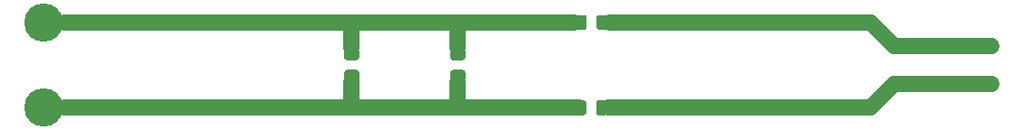
<source format=gbr>
G04 #@! TF.GenerationSoftware,KiCad,Pcbnew,(5.1.6)-1*
G04 #@! TF.CreationDate,2020-10-19T10:56:23-05:00*
G04 #@! TF.ProjectId,tri-slot-feedlines,7472692d-736c-46f7-942d-666565646c69,rev?*
G04 #@! TF.SameCoordinates,Original*
G04 #@! TF.FileFunction,Copper,L1,Top*
G04 #@! TF.FilePolarity,Positive*
%FSLAX46Y46*%
G04 Gerber Fmt 4.6, Leading zero omitted, Abs format (unit mm)*
G04 Created by KiCad (PCBNEW (5.1.6)-1) date 2020-10-19 10:56:23*
%MOMM*%
%LPD*%
G01*
G04 APERTURE LIST*
G04 #@! TA.AperFunction,ComponentPad*
%ADD10C,3.600000*%
G04 #@! TD*
G04 #@! TA.AperFunction,ViaPad*
%ADD11C,0.800000*%
G04 #@! TD*
G04 #@! TA.AperFunction,Conductor*
%ADD12C,1.500000*%
G04 #@! TD*
G04 #@! TA.AperFunction,Conductor*
%ADD13C,1.000000*%
G04 #@! TD*
G04 #@! TA.AperFunction,Conductor*
%ADD14C,0.250000*%
G04 #@! TD*
G04 APERTURE END LIST*
G04 #@! TA.AperFunction,SMDPad,CuDef*
G36*
G01*
X13300000Y4450001D02*
X13300000Y3549999D01*
G75*
G02*
X13050001Y3300000I-249999J0D01*
G01*
X12399999Y3300000D01*
G75*
G02*
X12150000Y3549999I0J249999D01*
G01*
X12150000Y4450001D01*
G75*
G02*
X12399999Y4700000I249999J0D01*
G01*
X13050001Y4700000D01*
G75*
G02*
X13300000Y4450001I0J-249999D01*
G01*
G37*
G04 #@! TD.AperFunction*
G04 #@! TA.AperFunction,SMDPad,CuDef*
G36*
G01*
X15350000Y4450001D02*
X15350000Y3549999D01*
G75*
G02*
X15100001Y3300000I-249999J0D01*
G01*
X14449999Y3300000D01*
G75*
G02*
X14200000Y3549999I0J249999D01*
G01*
X14200000Y4450001D01*
G75*
G02*
X14449999Y4700000I249999J0D01*
G01*
X15100001Y4700000D01*
G75*
G02*
X15350000Y4450001I0J-249999D01*
G01*
G37*
G04 #@! TD.AperFunction*
G04 #@! TA.AperFunction,SMDPad,CuDef*
G36*
G01*
X15316000Y-3549999D02*
X15316000Y-4450001D01*
G75*
G02*
X15066001Y-4700000I-249999J0D01*
G01*
X14415999Y-4700000D01*
G75*
G02*
X14166000Y-4450001I0J249999D01*
G01*
X14166000Y-3549999D01*
G75*
G02*
X14415999Y-3300000I249999J0D01*
G01*
X15066001Y-3300000D01*
G75*
G02*
X15316000Y-3549999I0J-249999D01*
G01*
G37*
G04 #@! TD.AperFunction*
G04 #@! TA.AperFunction,SMDPad,CuDef*
G36*
G01*
X13266000Y-3549999D02*
X13266000Y-4450001D01*
G75*
G02*
X13016001Y-4700000I-249999J0D01*
G01*
X12365999Y-4700000D01*
G75*
G02*
X12116000Y-4450001I0J249999D01*
G01*
X12116000Y-3549999D01*
G75*
G02*
X12365999Y-3300000I249999J0D01*
G01*
X13016001Y-3300000D01*
G75*
G02*
X13266000Y-3549999I0J-249999D01*
G01*
G37*
G04 #@! TD.AperFunction*
D10*
X-37350000Y-4000000D03*
X-37350000Y4000000D03*
G04 #@! TA.AperFunction,SMDPad,CuDef*
G36*
G01*
X819999Y1600000D02*
X1720001Y1600000D01*
G75*
G02*
X1970000Y1350001I0J-249999D01*
G01*
X1970000Y699999D01*
G75*
G02*
X1720001Y450000I-249999J0D01*
G01*
X819999Y450000D01*
G75*
G02*
X570000Y699999I0J249999D01*
G01*
X570000Y1350001D01*
G75*
G02*
X819999Y1600000I249999J0D01*
G01*
G37*
G04 #@! TD.AperFunction*
G04 #@! TA.AperFunction,SMDPad,CuDef*
G36*
G01*
X819999Y-450000D02*
X1720001Y-450000D01*
G75*
G02*
X1970000Y-699999I0J-249999D01*
G01*
X1970000Y-1350001D01*
G75*
G02*
X1720001Y-1600000I-249999J0D01*
G01*
X819999Y-1600000D01*
G75*
G02*
X570000Y-1350001I0J249999D01*
G01*
X570000Y-699999D01*
G75*
G02*
X819999Y-450000I249999J0D01*
G01*
G37*
G04 #@! TD.AperFunction*
G04 #@! TA.AperFunction,SMDPad,CuDef*
G36*
G01*
X-8169999Y450000D02*
X-9070001Y450000D01*
G75*
G02*
X-9320000Y699999I0J249999D01*
G01*
X-9320000Y1350001D01*
G75*
G02*
X-9070001Y1600000I249999J0D01*
G01*
X-8169999Y1600000D01*
G75*
G02*
X-7920000Y1350001I0J-249999D01*
G01*
X-7920000Y699999D01*
G75*
G02*
X-8169999Y450000I-249999J0D01*
G01*
G37*
G04 #@! TD.AperFunction*
G04 #@! TA.AperFunction,SMDPad,CuDef*
G36*
G01*
X-8169999Y-1600000D02*
X-9070001Y-1600000D01*
G75*
G02*
X-9320000Y-1350001I0J249999D01*
G01*
X-9320000Y-699999D01*
G75*
G02*
X-9070001Y-450000I249999J0D01*
G01*
X-8169999Y-450000D01*
G75*
G02*
X-7920000Y-699999I0J-249999D01*
G01*
X-7920000Y-1350001D01*
G75*
G02*
X-8169999Y-1600000I-249999J0D01*
G01*
G37*
G04 #@! TD.AperFunction*
D11*
X21000000Y-4000000D03*
X25750000Y-4000000D03*
X30750000Y-4000000D03*
X42000000Y-1760010D03*
X46000000Y-1800000D03*
X50000000Y-1760010D03*
X16500000Y-4000000D03*
X39750000Y-4000000D03*
X35500000Y-4000000D03*
X-29000000Y-4000000D03*
X-25000000Y-4000000D03*
X-21000000Y-4000000D03*
X-17000000Y-4000000D03*
X-13000000Y-4000000D03*
X-9000000Y-4000000D03*
X-5000000Y-4000000D03*
X-1000000Y-4000000D03*
X3000000Y-4000000D03*
X7000000Y-4000000D03*
X11000000Y-4000000D03*
X-33000000Y-4000000D03*
X-29000000Y4000000D03*
X-25000000Y4000000D03*
X-21000000Y4000000D03*
X-17000000Y4000000D03*
X-13000000Y4000000D03*
X-9000000Y4000000D03*
X-5000000Y4000000D03*
X-1000000Y4000000D03*
X3000000Y4000000D03*
X7000000Y4000000D03*
X11000000Y4000000D03*
X-33000000Y4000000D03*
X21000000Y4000000D03*
X25750000Y4000000D03*
X30750000Y4000000D03*
X42000000Y1800000D03*
X46000000Y1760010D03*
X50000000Y1760010D03*
X16500000Y4000000D03*
X39800000Y4000000D03*
X35500000Y4000000D03*
D12*
X19025000Y-4000000D02*
X19700000Y-4000000D01*
X49900000Y-1760010D02*
X50000000Y-1760010D01*
X21000000Y-4000000D02*
X25000000Y-4000000D01*
X42000000Y-1760010D02*
X49900000Y-1760010D01*
X50000000Y-1760010D02*
X51039990Y-1760010D01*
X19025000Y-4000000D02*
X20000000Y-4000000D01*
X20000000Y-4000000D02*
X21000000Y-4000000D01*
X16500000Y-4000000D02*
X20000000Y-4000000D01*
X32760010Y-4000000D02*
X33000000Y-4000000D01*
X41989990Y-1760010D02*
X42000000Y-1760010D01*
X39750000Y-4000000D02*
X41989990Y-1760010D01*
X39750000Y-4000000D02*
X39750000Y-4000000D01*
X33000000Y-4000000D02*
X32760010Y-4000000D01*
X37750000Y-4000000D02*
X36000000Y-4000000D01*
X29000000Y-4000000D02*
X36000000Y-4000000D01*
X36000000Y-4000000D02*
X36750000Y-4000000D01*
X39750000Y-4000000D02*
X36000000Y-4000000D01*
D13*
X14741000Y-4000000D02*
X15366500Y-4000000D01*
D12*
X16500000Y-4000000D02*
X15366500Y-4000000D01*
X28003500Y-4000000D02*
X29000000Y-4000000D01*
X25000000Y-4000000D02*
X28003500Y-4000000D01*
X-31100000Y-4000000D02*
X-35350000Y-4000000D01*
X-28100000Y-4000000D02*
X-31100000Y-4000000D01*
X12475000Y-4000000D02*
X10000000Y-4000000D01*
X-8620000Y-1600000D02*
X-8620000Y-3555000D01*
X-28100000Y-4000000D02*
X-23000000Y-4000000D01*
D14*
X-7720000Y-3555000D02*
X-8165000Y-4000000D01*
X1170000Y-3810000D02*
X1360000Y-4000000D01*
D12*
X-8065000Y-4000000D02*
X-7000000Y-4000000D01*
X1460000Y-4000000D02*
X5000000Y-4000000D01*
X-23000000Y-4000000D02*
X-19000000Y-4000000D01*
X-19000000Y-4000000D02*
X-15000000Y-4000000D01*
X-15000000Y-4000000D02*
X-11000000Y-4000000D01*
X-11000000Y-4000000D02*
X-8065000Y-4000000D01*
X-7000000Y-4000000D02*
X-3000000Y-4000000D01*
X-3000000Y-4000000D02*
X1000000Y-4000000D01*
X1000000Y-4000000D02*
X1460000Y-4000000D01*
X5000000Y-4000000D02*
X9000000Y-4000000D01*
X9000000Y-4000000D02*
X10000000Y-4000000D01*
D14*
X1270000Y-3730000D02*
X1000000Y-4000000D01*
D12*
X1270000Y-1600000D02*
X1270000Y-3730000D01*
X-31100000Y4000000D02*
X-35350000Y4000000D01*
X-28100000Y4000000D02*
X-31100000Y4000000D01*
D13*
X12050000Y4000000D02*
X12049500Y4000500D01*
X12725000Y4000000D02*
X12050000Y4000000D01*
D12*
X7000000Y4000000D02*
X9000000Y4000000D01*
D14*
X-8620000Y3810000D02*
X-8810000Y4000000D01*
D12*
X-8620000Y1600000D02*
X-8620000Y3810000D01*
X-28100000Y4000000D02*
X-23000000Y4000000D01*
X-7810000Y4000000D02*
X-7000000Y4000000D01*
D14*
X1270000Y3810000D02*
X1460000Y4000000D01*
D12*
X1460000Y4000000D02*
X5000000Y4000000D01*
X-23000000Y4000000D02*
X-19000000Y4000000D01*
X-19000000Y4000000D02*
X-15000000Y4000000D01*
X-15000000Y4000000D02*
X-11000000Y4000000D01*
X-11000000Y4000000D02*
X-7810000Y4000000D01*
X-7000000Y4000000D02*
X-3000000Y4000000D01*
X-3000000Y4000000D02*
X1000000Y4000000D01*
X1000000Y4000000D02*
X1460000Y4000000D01*
X5000000Y4000000D02*
X7000000Y4000000D01*
X9000000Y4000000D02*
X12050000Y4000000D01*
D14*
X1270000Y3730000D02*
X1000000Y4000000D01*
D12*
X1270000Y3730000D02*
X1270000Y1600000D01*
X47900000Y1760010D02*
X50000000Y1760010D01*
X47900000Y1760010D02*
X49860010Y1760010D01*
X46000000Y1760010D02*
X47900000Y1760010D01*
X50000000Y1760010D02*
X51039990Y1760010D01*
X16500000Y4000000D02*
X22000000Y4000000D01*
X21000000Y4000000D02*
X22000000Y4000000D01*
X22000000Y4000000D02*
X25000000Y4000000D01*
X42039990Y1760010D02*
X46000000Y1760010D01*
X42000000Y1800000D02*
X42039990Y1760010D01*
X39800000Y4000000D02*
X42000000Y1800000D01*
X37800000Y4000000D02*
X36000000Y4000000D01*
X36000000Y4000000D02*
X36800000Y4000000D01*
X39800000Y4000000D02*
X35250000Y4000000D01*
X29000000Y4000000D02*
X35250000Y4000000D01*
X35250000Y4000000D02*
X36000000Y4000000D01*
D13*
X15450000Y4000000D02*
X15450500Y4000500D01*
X14775000Y4000000D02*
X15450000Y4000000D01*
D12*
X16500000Y4000000D02*
X15450000Y4000000D01*
X28130500Y4000000D02*
X29000000Y4000000D01*
X25000000Y4000000D02*
X28130500Y4000000D01*
M02*

</source>
